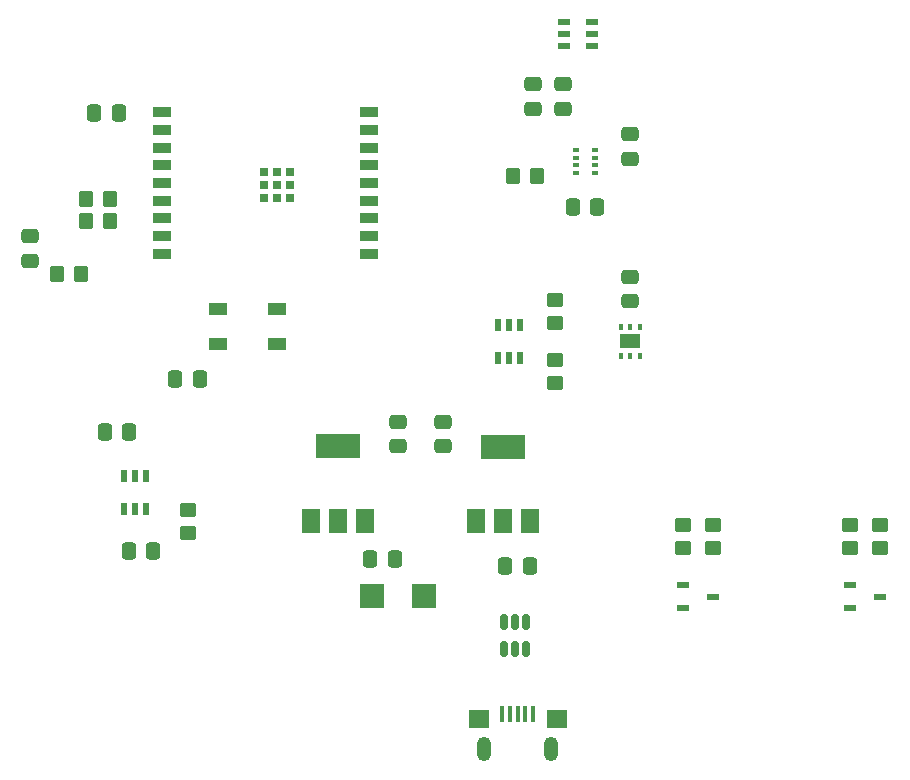
<source format=gtp>
%TF.GenerationSoftware,KiCad,Pcbnew,7.0.1*%
%TF.CreationDate,2023-04-16T19:54:37+01:00*%
%TF.ProjectId,lightweatherV3,6c696768-7477-4656-9174-68657256332e,rev?*%
%TF.SameCoordinates,Original*%
%TF.FileFunction,Paste,Top*%
%TF.FilePolarity,Positive*%
%FSLAX46Y46*%
G04 Gerber Fmt 4.6, Leading zero omitted, Abs format (unit mm)*
G04 Created by KiCad (PCBNEW 7.0.1) date 2023-04-16 19:54:37*
%MOMM*%
%LPD*%
G01*
G04 APERTURE LIST*
G04 Aperture macros list*
%AMRoundRect*
0 Rectangle with rounded corners*
0 $1 Rounding radius*
0 $2 $3 $4 $5 $6 $7 $8 $9 X,Y pos of 4 corners*
0 Add a 4 corners polygon primitive as box body*
4,1,4,$2,$3,$4,$5,$6,$7,$8,$9,$2,$3,0*
0 Add four circle primitives for the rounded corners*
1,1,$1+$1,$2,$3*
1,1,$1+$1,$4,$5*
1,1,$1+$1,$6,$7*
1,1,$1+$1,$8,$9*
0 Add four rect primitives between the rounded corners*
20,1,$1+$1,$2,$3,$4,$5,0*
20,1,$1+$1,$4,$5,$6,$7,0*
20,1,$1+$1,$6,$7,$8,$9,0*
20,1,$1+$1,$8,$9,$2,$3,0*%
G04 Aperture macros list end*
%ADD10RoundRect,0.250000X0.337500X0.475000X-0.337500X0.475000X-0.337500X-0.475000X0.337500X-0.475000X0*%
%ADD11R,0.550000X1.000000*%
%ADD12R,1.500000X2.000000*%
%ADD13R,3.800000X2.000000*%
%ADD14RoundRect,0.250000X0.350000X0.450000X-0.350000X0.450000X-0.350000X-0.450000X0.350000X-0.450000X0*%
%ADD15RoundRect,0.250000X0.475000X-0.337500X0.475000X0.337500X-0.475000X0.337500X-0.475000X-0.337500X0*%
%ADD16RoundRect,0.250000X-0.450000X0.350000X-0.450000X-0.350000X0.450000X-0.350000X0.450000X0.350000X0*%
%ADD17RoundRect,0.150000X-0.150000X0.512500X-0.150000X-0.512500X0.150000X-0.512500X0.150000X0.512500X0*%
%ADD18RoundRect,0.250000X-0.475000X0.337500X-0.475000X-0.337500X0.475000X-0.337500X0.475000X0.337500X0*%
%ADD19R,0.700000X0.700000*%
%ADD20R,1.500000X0.900000*%
%ADD21R,2.000000X2.000000*%
%ADD22RoundRect,0.250000X-0.337500X-0.475000X0.337500X-0.475000X0.337500X0.475000X-0.337500X0.475000X0*%
%ADD23R,1.070000X0.600000*%
%ADD24RoundRect,0.250000X-0.350000X-0.450000X0.350000X-0.450000X0.350000X0.450000X-0.350000X0.450000X0*%
%ADD25R,0.400000X0.600000*%
%ADD26R,1.700000X1.250000*%
%ADD27R,1.800000X1.600000*%
%ADD28O,1.200000X2.100000*%
%ADD29R,0.400000X1.350000*%
%ADD30R,1.500000X1.000000*%
%ADD31R,0.500000X0.350000*%
%ADD32R,1.000000X0.600000*%
G04 APERTURE END LIST*
D10*
X99589500Y-67056000D03*
X97514500Y-67056000D03*
D11*
X133580000Y-84960000D03*
X132630000Y-84960000D03*
X131680000Y-84960000D03*
X131680000Y-87760000D03*
X132630000Y-87760000D03*
X133580000Y-87760000D03*
D12*
X129780000Y-101575000D03*
X132080000Y-101575000D03*
D13*
X132080000Y-95275000D03*
D12*
X134380000Y-101575000D03*
D14*
X96377000Y-80645000D03*
X94377000Y-80645000D03*
D15*
X127000000Y-95250000D03*
X127000000Y-93175000D03*
D16*
X136525000Y-87900000D03*
X136525000Y-89900000D03*
D17*
X134046000Y-112389500D03*
X133096000Y-112389500D03*
X132146000Y-112389500D03*
X132146000Y-110114500D03*
X133096000Y-110114500D03*
X134046000Y-110114500D03*
D18*
X137160000Y-64600000D03*
X137160000Y-66675000D03*
D10*
X132312500Y-105410000D03*
X134387500Y-105410000D03*
D19*
X114028500Y-74250000D03*
X112928500Y-74250000D03*
X111828500Y-74250000D03*
X114028500Y-73150000D03*
X112928500Y-73150000D03*
X111828500Y-73150000D03*
X114028500Y-72050000D03*
X112928500Y-72050000D03*
X111828500Y-72050000D03*
D20*
X120718500Y-66950000D03*
X120718500Y-68450000D03*
X120718500Y-69950000D03*
X120718500Y-71450000D03*
X120718500Y-72950000D03*
X120718500Y-74450000D03*
X120718500Y-75950000D03*
X120718500Y-77450000D03*
X120718500Y-78950000D03*
X103218500Y-78950000D03*
X103218500Y-77450000D03*
X103218500Y-75950000D03*
X103218500Y-74450000D03*
X103218500Y-72950000D03*
X103218500Y-71450000D03*
X103218500Y-69950000D03*
X103218500Y-68450000D03*
X103218500Y-66950000D03*
D21*
X120990000Y-107950000D03*
X125390000Y-107950000D03*
D22*
X104372500Y-89535000D03*
X106447500Y-89535000D03*
D23*
X161510000Y-107010000D03*
X161510000Y-108910000D03*
X163990000Y-107960000D03*
D12*
X115810000Y-101550000D03*
X118110000Y-101550000D03*
D13*
X118110000Y-95250000D03*
D12*
X120410000Y-101550000D03*
D16*
X161480000Y-101880000D03*
X161480000Y-103880000D03*
D15*
X142875000Y-70887500D03*
X142875000Y-68812500D03*
D22*
X100410100Y-104140000D03*
X102485100Y-104140000D03*
D10*
X100478500Y-94030800D03*
X98403500Y-94030800D03*
D24*
X96790000Y-74295000D03*
X98790000Y-74295000D03*
D25*
X143675000Y-85160000D03*
X142875000Y-85160000D03*
X142075000Y-85160000D03*
X142075000Y-87560000D03*
X142875000Y-87560000D03*
X143675000Y-87560000D03*
D26*
X142875000Y-86360000D03*
D16*
X105410000Y-100600000D03*
X105410000Y-102600000D03*
D11*
X100015000Y-100590000D03*
X100965000Y-100590000D03*
X101915000Y-100590000D03*
X101915000Y-97790000D03*
X100965000Y-97790000D03*
X100015000Y-97790000D03*
D15*
X92075000Y-79545000D03*
X92075000Y-77470000D03*
D10*
X140102500Y-74940000D03*
X138027500Y-74940000D03*
D27*
X136650000Y-118320000D03*
D28*
X136180000Y-120870000D03*
X130520000Y-120870000D03*
D27*
X130050000Y-118320000D03*
D29*
X134650000Y-117890000D03*
X134000000Y-117890000D03*
X133350000Y-117890000D03*
X132700000Y-117890000D03*
X132050000Y-117890000D03*
D16*
X147340000Y-101880000D03*
X147340000Y-103880000D03*
D24*
X96790000Y-76200000D03*
X98790000Y-76200000D03*
D16*
X164020000Y-101870000D03*
X164020000Y-103870000D03*
X149880000Y-101880000D03*
X149880000Y-103880000D03*
D30*
X107990000Y-83590000D03*
X107990000Y-86590000D03*
X112990000Y-86590000D03*
X112990000Y-83590000D03*
D18*
X134620000Y-66675000D03*
X134620000Y-64600000D03*
D23*
X147370000Y-107010000D03*
X147370000Y-108910000D03*
X149850000Y-107960000D03*
D16*
X136525000Y-82820000D03*
X136525000Y-84820000D03*
D18*
X123190000Y-93175000D03*
X123190000Y-95250000D03*
D22*
X120882500Y-104785000D03*
X122957500Y-104785000D03*
D31*
X138265000Y-72095000D03*
X138265000Y-71445000D03*
X138265000Y-70795000D03*
X138265000Y-70145000D03*
X139865000Y-70145000D03*
X139865000Y-70795000D03*
X139865000Y-71445000D03*
X139865000Y-72095000D03*
D15*
X142875000Y-82952500D03*
X142875000Y-80877500D03*
D24*
X132985000Y-72390000D03*
X134985000Y-72390000D03*
D32*
X137230000Y-59325000D03*
X137230000Y-60325000D03*
X137230000Y-61325000D03*
X139630000Y-61325000D03*
X139630000Y-60325000D03*
X139630000Y-59325000D03*
M02*

</source>
